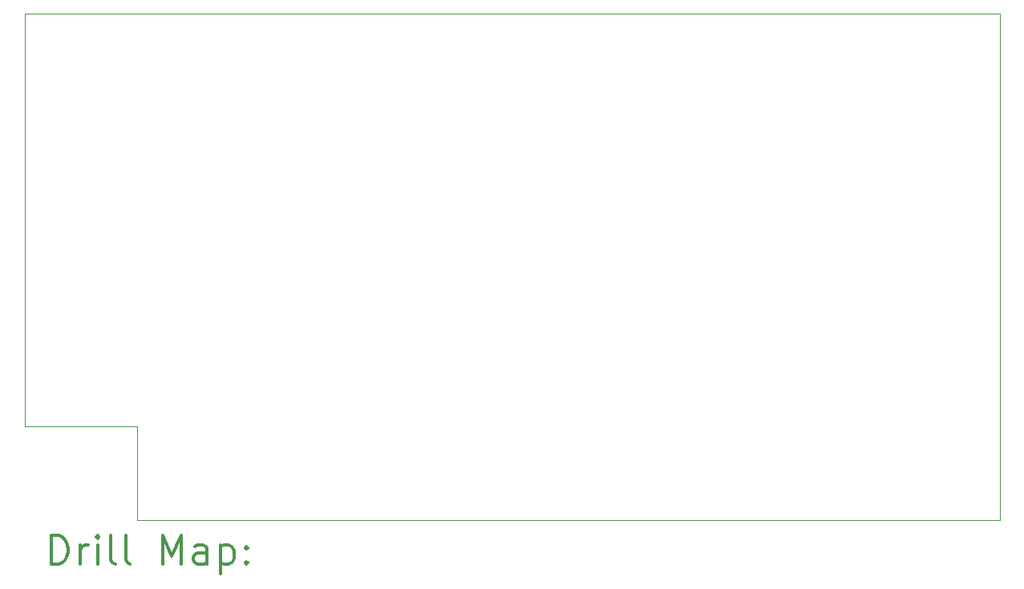
<source format=gbr>
%FSLAX45Y45*%
G04 Gerber Fmt 4.5, Leading zero omitted, Abs format (unit mm)*
G04 Created by KiCad (PCBNEW (5.1.12)-1) date 2022-08-04 09:57:36*
%MOMM*%
%LPD*%
G01*
G04 APERTURE LIST*
%TA.AperFunction,Profile*%
%ADD10C,0.050000*%
%TD*%
%ADD11C,0.200000*%
%ADD12C,0.300000*%
G04 APERTURE END LIST*
D10*
X12556620Y-13870746D02*
X12556620Y-14860746D01*
X12556620Y-13870746D02*
X11368620Y-13870746D01*
X21664620Y-9514746D02*
X21664620Y-14860746D01*
X11368620Y-9514746D02*
X21664620Y-9514746D01*
X11368620Y-13870746D02*
X11368620Y-9514746D01*
X21664620Y-14860746D02*
X12556620Y-14860746D01*
D11*
D12*
X11652548Y-15328960D02*
X11652548Y-15028960D01*
X11723977Y-15028960D01*
X11766834Y-15043246D01*
X11795406Y-15071817D01*
X11809691Y-15100389D01*
X11823977Y-15157532D01*
X11823977Y-15200389D01*
X11809691Y-15257532D01*
X11795406Y-15286103D01*
X11766834Y-15314675D01*
X11723977Y-15328960D01*
X11652548Y-15328960D01*
X11952548Y-15328960D02*
X11952548Y-15128960D01*
X11952548Y-15186103D02*
X11966834Y-15157532D01*
X11981120Y-15143246D01*
X12009691Y-15128960D01*
X12038263Y-15128960D01*
X12138263Y-15328960D02*
X12138263Y-15128960D01*
X12138263Y-15028960D02*
X12123977Y-15043246D01*
X12138263Y-15057532D01*
X12152548Y-15043246D01*
X12138263Y-15028960D01*
X12138263Y-15057532D01*
X12323977Y-15328960D02*
X12295406Y-15314675D01*
X12281120Y-15286103D01*
X12281120Y-15028960D01*
X12481120Y-15328960D02*
X12452548Y-15314675D01*
X12438263Y-15286103D01*
X12438263Y-15028960D01*
X12823977Y-15328960D02*
X12823977Y-15028960D01*
X12923977Y-15243246D01*
X13023977Y-15028960D01*
X13023977Y-15328960D01*
X13295406Y-15328960D02*
X13295406Y-15171817D01*
X13281120Y-15143246D01*
X13252548Y-15128960D01*
X13195406Y-15128960D01*
X13166834Y-15143246D01*
X13295406Y-15314675D02*
X13266834Y-15328960D01*
X13195406Y-15328960D01*
X13166834Y-15314675D01*
X13152548Y-15286103D01*
X13152548Y-15257532D01*
X13166834Y-15228960D01*
X13195406Y-15214675D01*
X13266834Y-15214675D01*
X13295406Y-15200389D01*
X13438263Y-15128960D02*
X13438263Y-15428960D01*
X13438263Y-15143246D02*
X13466834Y-15128960D01*
X13523977Y-15128960D01*
X13552548Y-15143246D01*
X13566834Y-15157532D01*
X13581120Y-15186103D01*
X13581120Y-15271817D01*
X13566834Y-15300389D01*
X13552548Y-15314675D01*
X13523977Y-15328960D01*
X13466834Y-15328960D01*
X13438263Y-15314675D01*
X13709691Y-15300389D02*
X13723977Y-15314675D01*
X13709691Y-15328960D01*
X13695406Y-15314675D01*
X13709691Y-15300389D01*
X13709691Y-15328960D01*
X13709691Y-15143246D02*
X13723977Y-15157532D01*
X13709691Y-15171817D01*
X13695406Y-15157532D01*
X13709691Y-15143246D01*
X13709691Y-15171817D01*
M02*

</source>
